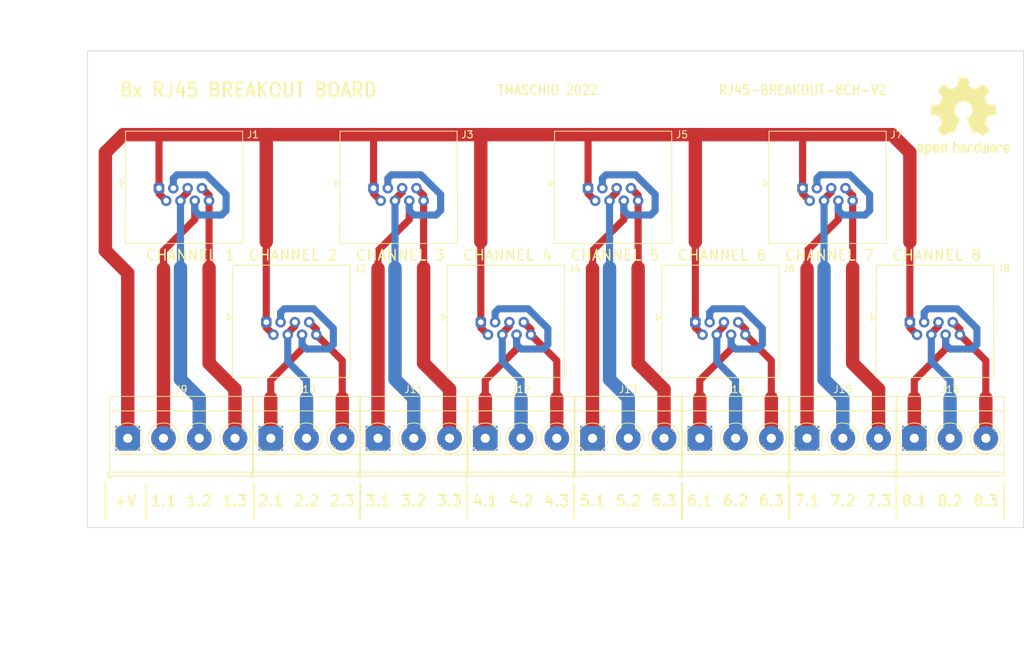
<source format=kicad_pcb>
(kicad_pcb (version 20221018) (generator pcbnew)
  (title_block (title "ESP 6 Relay Module"))
  (layers (0 "F.Cu" signal) (31 "B.Cu" signal) (34 "B.Paste" user) (35 "F.Paste" user) (36 "B.SilkS" user "B.Silkscreen") (37 "F.SilkS" user "F.Silkscreen") (38 "B.Mask" user) (39 "F.Mask" user) (44 "Edge.Cuts" user))
  (net 0 "")
  (net 1 "Net-(J1-Pad1)")
  (net 2 "Net-(J1-Pad3)")
  (net 3 "Net-(J1-Pad4)")
  (net 4 "Net-(J1-Pad7)")
  (net 5 "Net-(J10-Pad2)")
  (net 6 "Net-(J10-Pad3)")
  (net 7 "Net-(J10-Pad1)")
  (net 8 "Net-(J11-Pad1)")
  (net 9 "Net-(J11-Pad2)")
  (net 10 "Net-(J11-Pad3)")
  (net 11 "Net-(J12-Pad2)")
  (net 12 "Net-(J12-Pad3)")
  (net 13 "Net-(J12-Pad1)")
  (net 14 "Net-(J13-Pad1)")
  (net 15 "Net-(J13-Pad2)")
  (net 16 "Net-(J13-Pad3)")
  (net 17 "Net-(J14-Pad2)")
  (net 18 "Net-(J14-Pad3)")
  (net 19 "Net-(J14-Pad1)")
  (net 20 "Net-(J15-Pad1)")
  (net 21 "Net-(J15-Pad2)")
  (net 22 "Net-(J15-Pad3)")
  (net 23 "Net-(J16-Pad2)")
  (net 24 "Net-(J16-Pad3)")
  (net 25 "Net-(J16-Pad1)")
  (footprint "Tales:RJ45_Amphenol_RJHSE5080" (layer "F.Cu") (at 101.6 78.74)
    (fp_text reference "J1" (at 13.335 -7.62) (layer "F.SilkS"))
    (fp_text value "RJ45")
    (pad "" np_thru_hole circle (at -2.79 -2.54) (size 3.25 3.25) (drill 3.25) (layers "*.Cu" "*.Mask"))
    (pad "" np_thru_hole circle (at 9.91 -2.54) (size 3.25 3.25) (drill 3.25) (layers "*.Cu" "*.Mask"))
    (pad "1" thru_hole roundrect (at 0 0) (size 1.5 1.5) (drill 0.8) (layers "*.Cu" "*.Mask") (net 1 "Net-(J1-Pad1)"))
    (pad "2" thru_hole circle (at 1.016 1.78) (size 1.5 1.5) (drill 0.8) (layers "*.Cu" "*.Mask") (net 1 "Net-(J1-Pad1)"))
    (pad "3" thru_hole circle (at 2.032 0) (size 1.5 1.5) (drill 0.8) (layers "*.Cu" "*.Mask") (net 2 "Net-(J1-Pad3)"))
    (pad "4" thru_hole circle (at 3.048 1.78) (size 1.5 1.5) (drill 0.8) (layers "*.Cu" "*.Mask") (net 3 "Net-(J1-Pad4)"))
    (pad "5" thru_hole circle (at 4.064 0) (size 1.5 1.5) (drill 0.8) (layers "*.Cu" "*.Mask") (net 3 "Net-(J1-Pad4)"))
    (pad "6" thru_hole circle (at 5.08 1.78) (size 1.5 1.5) (drill 0.8) (layers "*.Cu" "*.Mask") (net 2 "Net-(J1-Pad3)"))
    (pad "7" thru_hole circle (at 6.096 0) (size 1.5 1.5) (drill 0.8) (layers "*.Cu" "*.Mask") (net 4 "Net-(J1-Pad7)"))
    (pad "8" thru_hole circle (at 7.112 1.78) (size 1.5 1.5) (drill 0.8) (layers "*.Cu" "*.Mask") (net 4 "Net-(J1-Pad7)"))
  )
  (footprint "Tales:RJ45_Amphenol_RJHSE5080" (layer "F.Cu") (at 147.32 97.79)
    (fp_text reference "J4" (at 13.335 -7.62) (layer "F.SilkS"))
    (fp_text value "RJ45")
    (pad "" np_thru_hole circle (at -2.79 -2.54) (size 3.25 3.25) (drill 3.25) (layers "*.Cu" "*.Mask"))
    (pad "" np_thru_hole circle (at 9.91 -2.54) (size 3.25 3.25) (drill 3.25) (layers "*.Cu" "*.Mask"))
    (pad "1" thru_hole roundrect (at 0 0) (size 1.5 1.5) (drill 0.8) (layers "*.Cu" "*.Mask") (net 1 "Net-(J1-Pad1)"))
    (pad "2" thru_hole circle (at 1.016 1.78) (size 1.5 1.5) (drill 0.8) (layers "*.Cu" "*.Mask") (net 1 "Net-(J1-Pad1)"))
    (pad "3" thru_hole circle (at 2.032 0) (size 1.5 1.5) (drill 0.8) (layers "*.Cu" "*.Mask") (net 13 "Net-(J12-Pad1)"))
    (pad "4" thru_hole circle (at 3.048 1.78) (size 1.5 1.5) (drill 0.8) (layers "*.Cu" "*.Mask") (net 11 "Net-(J12-Pad2)"))
    (pad "5" thru_hole circle (at 4.064 0) (size 1.5 1.5) (drill 0.8) (layers "*.Cu" "*.Mask") (net 11 "Net-(J12-Pad2)"))
    (pad "6" thru_hole circle (at 5.08 1.78) (size 1.5 1.5) (drill 0.8) (layers "*.Cu" "*.Mask") (net 13 "Net-(J12-Pad1)"))
    (pad "7" thru_hole circle (at 6.096 0) (size 1.5 1.5) (drill 0.8) (layers "*.Cu" "*.Mask") (net 12 "Net-(J12-Pad3)"))
    (pad "8" thru_hole circle (at 7.112 1.78) (size 1.5 1.5) (drill 0.8) (layers "*.Cu" "*.Mask") (net 12 "Net-(J12-Pad3)"))
  )
  (footprint "Tales:RJ45_Amphenol_RJHSE5080" (layer "F.Cu") (at 177.8 97.79)
    (fp_text reference "J6" (at 13.335 -7.62) (layer "F.SilkS"))
    (fp_text value "RJ45")
    (pad "" np_thru_hole circle (at -2.79 -2.54) (size 3.25 3.25) (drill 3.25) (layers "*.Cu" "*.Mask"))
    (pad "" np_thru_hole circle (at 9.91 -2.54) (size 3.25 3.25) (drill 3.25) (layers "*.Cu" "*.Mask"))
    (pad "1" thru_hole roundrect (at 0 0) (size 1.5 1.5) (drill 0.8) (layers "*.Cu" "*.Mask") (net 1 "Net-(J1-Pad1)"))
    (pad "2" thru_hole circle (at 1.016 1.78) (size 1.5 1.5) (drill 0.8) (layers "*.Cu" "*.Mask") (net 1 "Net-(J1-Pad1)"))
    (pad "3" thru_hole circle (at 2.032 0) (size 1.5 1.5) (drill 0.8) (layers "*.Cu" "*.Mask") (net 19 "Net-(J14-Pad1)"))
    (pad "4" thru_hole circle (at 3.048 1.78) (size 1.5 1.5) (drill 0.8) (layers "*.Cu" "*.Mask") (net 17 "Net-(J14-Pad2)"))
    (pad "5" thru_hole circle (at 4.064 0) (size 1.5 1.5) (drill 0.8) (layers "*.Cu" "*.Mask") (net 17 "Net-(J14-Pad2)"))
    (pad "6" thru_hole circle (at 5.08 1.78) (size 1.5 1.5) (drill 0.8) (layers "*.Cu" "*.Mask") (net 19 "Net-(J14-Pad1)"))
    (pad "7" thru_hole circle (at 6.096 0) (size 1.5 1.5) (drill 0.8) (layers "*.Cu" "*.Mask") (net 18 "Net-(J14-Pad3)"))
    (pad "8" thru_hole circle (at 7.112 1.78) (size 1.5 1.5) (drill 0.8) (layers "*.Cu" "*.Mask") (net 18 "Net-(J14-Pad3)"))
  )
  (footprint "Tales:RJ45_Amphenol_RJHSE5080" (layer "F.Cu") (at 208.28 97.79)
    (fp_text reference "J8" (at 13.335 -7.62) (layer "F.SilkS"))
    (fp_text value "RJ45")
    (pad "" np_thru_hole circle (at -2.79 -2.54) (size 3.25 3.25) (drill 3.25) (layers "*.Cu" "*.Mask"))
    (pad "" np_thru_hole circle (at 9.91 -2.54) (size 3.25 3.25) (drill 3.25) (layers "*.Cu" "*.Mask"))
    (pad "1" thru_hole roundrect (at 0 0) (size 1.5 1.5) (drill 0.8) (layers "*.Cu" "*.Mask") (net 1 "Net-(J1-Pad1)"))
    (pad "2" thru_hole circle (at 1.016 1.78) (size 1.5 1.5) (drill 0.8) (layers "*.Cu" "*.Mask") (net 1 "Net-(J1-Pad1)"))
    (pad "3" thru_hole circle (at 2.032 0) (size 1.5 1.5) (drill 0.8) (layers "*.Cu" "*.Mask") (net 25 "Net-(J16-Pad1)"))
    (pad "4" thru_hole circle (at 3.048 1.78) (size 1.5 1.5) (drill 0.8) (layers "*.Cu" "*.Mask") (net 23 "Net-(J16-Pad2)"))
    (pad "5" thru_hole circle (at 4.064 0) (size 1.5 1.5) (drill 0.8) (layers "*.Cu" "*.Mask") (net 23 "Net-(J16-Pad2)"))
    (pad "6" thru_hole circle (at 5.08 1.78) (size 1.5 1.5) (drill 0.8) (layers "*.Cu" "*.Mask") (net 25 "Net-(J16-Pad1)"))
    (pad "7" thru_hole circle (at 6.096 0) (size 1.5 1.5) (drill 0.8) (layers "*.Cu" "*.Mask") (net 24 "Net-(J16-Pad3)"))
    (pad "8" thru_hole circle (at 7.112 1.78) (size 1.5 1.5) (drill 0.8) (layers "*.Cu" "*.Mask") (net 24 "Net-(J16-Pad3)"))
  )
  (footprint "Tales:TerminalBlock_Phoenix_MKDS-3-4-5.08_1x04_P5.08mm_Horizontal" (layer "F.Cu") (at 97.155 114.3)
    (fp_text reference "J9" (at 7.62 -6.96) (layer "F.SilkS"))
    (fp_text value "Screw_Terminal_01x04")
    (pad "1" thru_hole rect (at 0 0) (size 3.5 3.5) (drill 1.3) (layers "*.Cu" "*.Mask") (net 1 "Net-(J1-Pad1)"))
    (pad "2" thru_hole circle (at 5.08 0) (size 3.5 3.5) (drill 1.3) (layers "*.Cu" "*.Mask") (net 2 "Net-(J1-Pad3)"))
    (pad "3" thru_hole circle (at 10.16 0) (size 3.5 3.5) (drill 1.3) (layers "*.Cu" "*.Mask") (net 3 "Net-(J1-Pad4)"))
    (pad "4" thru_hole circle (at 15.24 0) (size 3.5 3.5) (drill 1.3) (layers "*.Cu" "*.Mask") (net 4 "Net-(J1-Pad7)"))
  )
  (footprint "Tales:TerminalBlock_Phoenix_MKDS-3-3-5.08_1x03_P5.08mm_Horizontal" (layer "F.Cu") (at 132.715 114.3)
    (fp_text reference "J11" (at 5.08 -6.96) (layer "F.SilkS"))
    (fp_text value "Screw_Terminal_01x03")
    (pad "1" thru_hole rect (at 0 0) (size 3.5 3.5) (drill 1.3) (layers "*.Cu" "*.Mask") (net 8 "Net-(J11-Pad1)"))
    (pad "2" thru_hole circle (at 5.08 0) (size 3.5 3.5) (drill 1.3) (layers "*.Cu" "*.Mask") (net 9 "Net-(J11-Pad2)"))
    (pad "3" thru_hole circle (at 10.16 0) (size 3.5 3.5) (drill 1.3) (layers "*.Cu" "*.Mask") (net 10 "Net-(J11-Pad3)"))
  )
  (footprint "Tales:TerminalBlock_Phoenix_MKDS-3-3-5.08_1x03_P5.08mm_Horizontal" (layer "F.Cu") (at 147.955 114.3)
    (fp_text reference "J12" (at 5.08 -6.96) (layer "F.SilkS"))
    (fp_text value "Screw_Terminal_01x03")
    (pad "1" thru_hole rect (at 0 0) (size 3.5 3.5) (drill 1.3) (layers "*.Cu" "*.Mask") (net 13 "Net-(J12-Pad1)"))
    (pad "2" thru_hole circle (at 5.08 0) (size 3.5 3.5) (drill 1.3) (layers "*.Cu" "*.Mask") (net 11 "Net-(J12-Pad2)"))
    (pad "3" thru_hole circle (at 10.16 0) (size 3.5 3.5) (drill 1.3) (layers "*.Cu" "*.Mask") (net 12 "Net-(J12-Pad3)"))
  )
  (footprint "Tales:TerminalBlock_Phoenix_MKDS-3-3-5.08_1x03_P5.08mm_Horizontal" (layer "F.Cu") (at 163.195 114.3)
    (fp_text reference "J13" (at 5.08 -6.96) (layer "F.SilkS"))
    (fp_text value "Screw_Terminal_01x03")
    (pad "1" thru_hole rect (at 0 0) (size 3.5 3.5) (drill 1.3) (layers "*.Cu" "*.Mask") (net 14 "Net-(J13-Pad1)"))
    (pad "2" thru_hole circle (at 5.08 0) (size 3.5 3.5) (drill 1.3) (layers "*.Cu" "*.Mask") (net 15 "Net-(J13-Pad2)"))
    (pad "3" thru_hole circle (at 10.16 0) (size 3.5 3.5) (drill 1.3) (layers "*.Cu" "*.Mask") (net 16 "Net-(J13-Pad3)"))
  )
  (footprint "Tales:TerminalBlock_Phoenix_MKDS-3-3-5.08_1x03_P5.08mm_Horizontal" (layer "F.Cu") (at 178.435 114.3)
    (fp_text reference "J14" (at 5.08 -6.96) (layer "F.SilkS"))
    (fp_text value "Screw_Terminal_01x03")
    (pad "1" thru_hole rect (at 0 0) (size 3.5 3.5) (drill 1.3) (layers "*.Cu" "*.Mask") (net 19 "Net-(J14-Pad1)"))
    (pad "2" thru_hole circle (at 5.08 0) (size 3.5 3.5) (drill 1.3) (layers "*.Cu" "*.Mask") (net 17 "Net-(J14-Pad2)"))
    (pad "3" thru_hole circle (at 10.16 0) (size 3.5 3.5) (drill 1.3) (layers "*.Cu" "*.Mask") (net 18 "Net-(J14-Pad3)"))
  )
  (footprint "Tales:TerminalBlock_Phoenix_MKDS-3-3-5.08_1x03_P5.08mm_Horizontal" (layer "F.Cu") (at 193.675 114.3)
    (fp_text reference "J15" (at 5.08 -6.96) (layer "F.SilkS"))
    (fp_text value "Screw_Terminal_01x03")
    (pad "1" thru_hole rect (at 0 0) (size 3.5 3.5) (drill 1.3) (layers "*.Cu" "*.Mask") (net 20 "Net-(J15-Pad1)"))
    (pad "2" thru_hole circle (at 5.08 0) (size 3.5 3.5) (drill 1.3) (layers "*.Cu" "*.Mask") (net 21 "Net-(J15-Pad2)"))
    (pad "3" thru_hole circle (at 10.16 0) (size 3.5 3.5) (drill 1.3) (layers "*.Cu" "*.Mask") (net 22 "Net-(J15-Pad3)"))
  )
  (footprint "Tales:TerminalBlock_Phoenix_MKDS-3-3-5.08_1x03_P5.08mm_Horizontal" (layer "F.Cu") (at 208.915 114.3)
    (fp_text reference "J16" (at 5.08 -6.96) (layer "F.SilkS"))
    (fp_text value "Screw_Terminal_01x03")
    (pad "1" thru_hole rect (at 0 0) (size 3.5 3.5) (drill 1.3) (layers "*.Cu" "*.Mask") (net 25 "Net-(J16-Pad1)"))
    (pad "2" thru_hole circle (at 5.08 0) (size 3.5 3.5) (drill 1.3) (layers "*.Cu" "*.Mask") (net 23 "Net-(J16-Pad2)"))
    (pad "3" thru_hole circle (at 10.16 0) (size 3.5 3.5) (drill 1.3) (layers "*.Cu" "*.Mask") (net 24 "Net-(J16-Pad3)"))
  )
  (footprint "Tales:TerminalBlock_Phoenix_MKDS-3-3-5.08_1x03_P5.08mm_Horizontal" (layer "F.Cu") (at 117.475 114.3)
    (fp_text reference "J10" (at 5.08 -6.96) (layer "F.SilkS"))
    (fp_text value "Screw_Terminal_01x03")
    (pad "1" thru_hole rect (at 0 0) (size 3.5 3.5) (drill 1.3) (layers "*.Cu" "*.Mask") (net 7 "Net-(J10-Pad1)"))
    (pad "2" thru_hole circle (at 5.08 0) (size 3.5 3.5) (drill 1.3) (layers "*.Cu" "*.Mask") (net 5 "Net-(J10-Pad2)"))
    (pad "3" thru_hole circle (at 10.16 0) (size 3.5 3.5) (drill 1.3) (layers "*.Cu" "*.Mask") (net 6 "Net-(J10-Pad3)"))
  )
  (footprint "Tales:RJ45_Amphenol_RJHSE5080" (layer "F.Cu") (at 116.84 97.79)
    (fp_text reference "J2" (at 13.335 -7.62) (layer "F.SilkS"))
    (fp_text value "RJ45")
    (pad "" np_thru_hole circle (at -2.79 -2.54) (size 3.25 3.25) (drill 3.25) (layers "*.Cu" "*.Mask"))
    (pad "" np_thru_hole circle (at 9.91 -2.54) (size 3.25 3.25) (drill 3.25) (layers "*.Cu" "*.Mask"))
    (pad "1" thru_hole roundrect (at 0 0) (size 1.5 1.5) (drill 0.8) (layers "*.Cu" "*.Mask") (net 1 "Net-(J1-Pad1)"))
    (pad "2" thru_hole circle (at 1.016 1.78) (size 1.5 1.5) (drill 0.8) (layers "*.Cu" "*.Mask") (net 1 "Net-(J1-Pad1)"))
    (pad "3" thru_hole circle (at 2.032 0) (size 1.5 1.5) (drill 0.8) (layers "*.Cu" "*.Mask") (net 7 "Net-(J10-Pad1)"))
    (pad "4" thru_hole circle (at 3.048 1.78) (size 1.5 1.5) (drill 0.8) (layers "*.Cu" "*.Mask") (net 5 "Net-(J10-Pad2)"))
    (pad "5" thru_hole circle (at 4.064 0) (size 1.5 1.5) (drill 0.8) (layers "*.Cu" "*.Mask") (net 5 "Net-(J10-Pad2)"))
    (pad "6" thru_hole circle (at 5.08 1.78) (size 1.5 1.5) (drill 0.8) (layers "*.Cu" "*.Mask") (net 7 "Net-(J10-Pad1)"))
    (pad "7" thru_hole circle (at 6.096 0) (size 1.5 1.5) (drill 0.8) (layers "*.Cu" "*.Mask") (net 6 "Net-(J10-Pad3)"))
    (pad "8" thru_hole circle (at 7.112 1.78) (size 1.5 1.5) (drill 0.8) (layers "*.Cu" "*.Mask") (net 6 "Net-(J10-Pad3)"))
  )
  (footprint "Tales:RJ45_Amphenol_RJHSE5080" (layer "F.Cu") (at 132.08 78.74)
    (fp_text reference "J3" (at 13.335 -7.62) (layer "F.SilkS"))
    (fp_text value "RJ45")
    (pad "" np_thru_hole circle (at -2.79 -2.54) (size 3.25 3.25) (drill 3.25) (layers "*.Cu" "*.Mask"))
    (pad "" np_thru_hole circle (at 9.91 -2.54) (size 3.25 3.25) (drill 3.25) (layers "*.Cu" "*.Mask"))
    (pad "1" thru_hole roundrect (at 0 0) (size 1.5 1.5) (drill 0.8) (layers "*.Cu" "*.Mask") (net 1 "Net-(J1-Pad1)"))
    (pad "2" thru_hole circle (at 1.016 1.78) (size 1.5 1.5) (drill 0.8) (layers "*.Cu" "*.Mask") (net 1 "Net-(J1-Pad1)"))
    (pad "3" thru_hole circle (at 2.032 0) (size 1.5 1.5) (drill 0.8) (layers "*.Cu" "*.Mask") (net 8 "Net-(J11-Pad1)"))
    (pad "4" thru_hole circle (at 3.048 1.78) (size 1.5 1.5) (drill 0.8) (layers "*.Cu" "*.Mask") (net 9 "Net-(J11-Pad2)"))
    (pad "5" thru_hole circle (at 4.064 0) (size 1.5 1.5) (drill 0.8) (layers "*.Cu" "*.Mask") (net 9 "Net-(J11-Pad2)"))
    (pad "6" thru_hole circle (at 5.08 1.78) (size 1.5 1.5) (drill 0.8) (layers "*.Cu" "*.Mask") (net 8 "Net-(J11-Pad1)"))
    (pad "7" thru_hole circle (at 6.096 0) (size 1.5 1.5) (drill 0.8) (layers "*.Cu" "*.Mask") (net 10 "Net-(J11-Pad3)"))
    (pad "8" thru_hole circle (at 7.112 1.78) (size 1.5 1.5) (drill 0.8) (layers "*.Cu" "*.Mask") (net 10 "Net-(J11-Pad3)"))
  )
  (footprint "Tales:RJ45_Amphenol_RJHSE5080" (layer "F.Cu") (at 193.04 78.74)
    (fp_text reference "J7" (at 13.335 -7.62) (layer "F.SilkS"))
    (fp_text value "RJ45")
    (pad "" np_thru_hole circle (at -2.79 -2.54) (size 3.25 3.25) (drill 3.25) (layers "*.Cu" "*.Mask"))
    (pad "" np_thru_hole circle (at 9.91 -2.54) (size 3.25 3.25) (drill 3.25) (layers "*.Cu" "*.Mask"))
    (pad "1" thru_hole roundrect (at 0 0) (size 1.5 1.5) (drill 0.8) (layers "*.Cu" "*.Mask") (net 1 "Net-(J1-Pad1)"))
    (pad "2" thru_hole circle (at 1.016 1.78) (size 1.5 1.5) (drill 0.8) (layers "*.Cu" "*.Mask") (net 1 "Net-(J1-Pad1)"))
    (pad "3" thru_hole circle (at 2.032 0) (size 1.5 1.5) (drill 0.8) (layers "*.Cu" "*.Mask") (net 20 "Net-(J15-Pad1)"))
    (pad "4" thru_hole circle (at 3.048 1.78) (size 1.5 1.5) (drill 0.8) (layers "*.Cu" "*.Mask") (net 21 "Net-(J15-Pad2)"))
    (pad "5" thru_hole circle (at 4.064 0) (size 1.5 1.5) (drill 0.8) (layers "*.Cu" "*.Mask") (net 21 "Net-(J15-Pad2)"))
    (pad "6" thru_hole circle (at 5.08 1.78) (size 1.5 1.5) (drill 0.8) (layers "*.Cu" "*.Mask") (net 20 "Net-(J15-Pad1)"))
    (pad "7" thru_hole circle (at 6.096 0) (size 1.5 1.5) (drill 0.8) (layers "*.Cu" "*.Mask") (net 22 "Net-(J15-Pad3)"))
    (pad "8" thru_hole circle (at 7.112 1.78) (size 1.5 1.5) (drill 0.8) (layers "*.Cu" "*.Mask") (net 22 "Net-(J15-Pad3)"))
  )
  (footprint "Tales:RJ45_Amphenol_RJHSE5080" (layer "F.Cu") (at 162.56 78.74)
    (fp_text reference "J5" (at 13.335 -7.62) (layer "F.SilkS"))
    (fp_text value "RJ45")
    (pad "" np_thru_hole circle (at -2.79 -2.54) (size 3.25 3.25) (drill 3.25) (layers "*.Cu" "*.Mask"))
    (pad "" np_thru_hole circle (at 9.91 -2.54) (size 3.25 3.25) (drill 3.25) (layers "*.Cu" "*.Mask"))
    (pad "1" thru_hole roundrect (at 0 0) (size 1.5 1.5) (drill 0.8) (layers "*.Cu" "*.Mask") (net 1 "Net-(J1-Pad1)"))
    (pad "2" thru_hole circle (at 1.016 1.78) (size 1.5 1.5) (drill 0.8) (layers "*.Cu" "*.Mask") (net 1 "Net-(J1-Pad1)"))
    (pad "3" thru_hole circle (at 2.032 0) (size 1.5 1.5) (drill 0.8) (layers "*.Cu" "*.Mask") (net 14 "Net-(J13-Pad1)"))
    (pad "4" thru_hole circle (at 3.048 1.78) (size 1.5 1.5) (drill 0.8) (layers "*.Cu" "*.Mask") (net 15 "Net-(J13-Pad2)"))
    (pad "5" thru_hole circle (at 4.064 0) (size 1.5 1.5) (drill 0.8) (layers "*.Cu" "*.Mask") (net 15 "Net-(J13-Pad2)"))
    (pad "6" thru_hole circle (at 5.08 1.78) (size 1.5 1.5) (drill 0.8) (layers "*.Cu" "*.Mask") (net 14 "Net-(J13-Pad1)"))
    (pad "7" thru_hole circle (at 6.096 0) (size 1.5 1.5) (drill 0.8) (layers "*.Cu" "*.Mask") (net 16 "Net-(J13-Pad3)"))
    (pad "8" thru_hole circle (at 7.112 1.78) (size 1.5 1.5) (drill 0.8) (layers "*.Cu" "*.Mask") (net 16 "Net-(J13-Pad3)"))
  )
  (footprint "Symbol:OSHW-Logo2_14.6x12mm_SilkScreen" (layer "F.Cu") (at 215.9 68.58)
    (fp_text reference "REF**" hide)
    (fp_text value "OSHW-Logo2_14.6x12mm_SilkScreen" hide)
  )
  (gr_line (start 221.615 120.65) (end 221.615 125.73) (stroke (width 0.25)) (layer "F.SilkS"))
  (gr_line (start 175.895 120.65) (end 175.895 125.73) (stroke (width 0.25)) (layer "F.SilkS"))
  (gr_line (start 191.135 120.65) (end 191.135 125.73) (stroke (width 0.25)) (layer "F.SilkS"))
  (gr_line (start 93.98 120.65) (end 93.98 125.73) (stroke (width 0.25)) (layer "F.SilkS"))
  (gr_line (start 145.415 120.65) (end 145.415 125.73) (stroke (width 0.25)) (layer "F.SilkS"))
  (gr_line (start 130.175 120.65) (end 130.175 125.73) (stroke (width 0.25)) (layer "F.SilkS"))
  (gr_line (start 160.605 120.65) (end 160.605 125.73) (stroke (width 0.25)) (layer "F.SilkS"))
  (gr_line (start 99.695 120.65) (end 99.695 125.73) (stroke (width 0.25)) (layer "F.SilkS"))
  (gr_line (start 206.375 120.65) (end 206.375 125.73) (stroke (width 0.25)) (layer "F.SilkS"))
  (gr_line (start 115.135 120.65) (end 115.135 125.73) (stroke (width 0.25)) (layer "F.SilkS"))
  (gr_line (start 91.44 127) (end 224.44 127) (stroke (width 0.1)) (layer "Edge.Cuts"))
  (gr_line (start 224.44 59.2) (end 91.44 59.2) (stroke (width 0.1)) (layer "Edge.Cuts"))
  (gr_line (start 91.44 59.2) (end 91.44 127) (stroke (width 0.1)) (layer "Edge.Cuts"))
  (gr_line (start 224.44 127) (end 224.44 59.2) (stroke (width 0.1)) (layer "Edge.Cuts"))
  (gr_text "1.1" (at 102.235 123.19) (layer "F.SilkS") (effects (font (size 1.5 1.5) (thickness 0.25))))
  (gr_text "2.2" (at 122.555 123.19) (layer "F.SilkS") (effects (font (size 1.5 1.5) (thickness 0.25))))
  (gr_text "2.3" (at 127.635 123.19) (layer "F.SilkS") (effects (font (size 1.5 1.5) (thickness 0.25))))
  (gr_text "2.1" (at 117.475 123.19) (layer "F.SilkS") (effects (font (size 1.5 1.5) (thickness 0.25))))
  (gr_text "1.2" (at 107.315 123.19) (layer "F.SilkS") (effects (font (size 1.5 1.5) (thickness 0.25))))
  (gr_text "1.3" (at 112.395 123.19) (layer "F.SilkS") (effects (font (size 1.5 1.5) (thickness 0.25))))
  (gr_text "6.1" (at 178.435 123.19) (layer "F.SilkS") (effects (font (size 1.5 1.5) (thickness 0.25))))
  (gr_text "6.3" (at 188.595 123.19) (layer "F.SilkS") (effects (font (size 1.5 1.5) (thickness 0.25))))
  (gr_text "6.2" (at 183.515 123.19) (layer "F.SilkS") (effects (font (size 1.5 1.5) (thickness 0.25))))
  (gr_text "8.2" (at 213.995 123.19) (layer "F.SilkS") (effects (font (size 1.5 1.5) (thickness 0.25))))
  (gr_text "8.3" (at 219.075 123.19) (layer "F.SilkS") (effects (font (size 1.5 1.5) (thickness 0.25))))
  (gr_text "8.1" (at 208.915 123.19) (layer "F.SilkS") (effects (font (size 1.5 1.5) (thickness 0.25))))
  (gr_text "8x RJ45 BREAKOUT BOARD" (at 114.3 64.77) (layer "F.SilkS") (effects (font (size 2 1.8) (thickness 0.3))))
  (gr_text "CHANNEL 1" (at 106.045 88.265) (layer "F.SilkS") (effects (font (size 1.5 1.5) (thickness 0.2))))
  (gr_text "CHANNEL 5" (at 166.37 88.265) (layer "F.SilkS") (effects (font (size 1.5 1.5) (thickness 0.2))))
  (gr_text "CHANNEL 8" (at 212.09 88.265) (layer "F.SilkS") (effects (font (size 1.5 1.5) (thickness 0.2))))
  (gr_text "CHANNEL 7" (at 196.85 88.265) (layer "F.SilkS") (effects (font (size 1.5 1.5) (thickness 0.2))))
  (gr_text "CHANNEL 2" (at 120.65 88.265) (layer "F.SilkS") (effects (font (size 1.5 1.5) (thickness 0.2))))
  (gr_text "5.1" (at 163.195 123.19) (layer "F.SilkS") (effects (font (size 1.5 1.5) (thickness 0.25))))
  (gr_text "3.1" (at 132.715 123.19) (layer "F.SilkS") (effects (font (size 1.5 1.5) (thickness 0.25))))
  (gr_text "7.1" (at 193.675 123.19) (layer "F.SilkS") (effects (font (size 1.5 1.5) (thickness 0.25))))
  (gr_text "4.1" (at 147.955 123.19) (layer "F.SilkS") (effects (font (size 1.5 1.5) (thickness 0.25))))
  (gr_text "CHANNEL 3" (at 135.89 88.265) (layer "F.SilkS") (effects (font (size 1.5 1.5) (thickness 0.2))))
  (gr_text "4.2" (at 153.035 123.19) (layer "F.SilkS") (effects (font (size 1.5 1.5) (thickness 0.25))))
  (gr_text "RJ45-BREAKOUT-8CH-V2" (at 193.04 64.77) (layer "F.SilkS") (effects (font (size 1.4 1.2) (thickness 0.2))))
  (gr_text "TMASCHIO 2022" (at 156.845 64.77) (layer "F.SilkS") (effects (font (size 1.4 1.2) (thickness 0.2))))
  (gr_text "CHANNEL 4" (at 151.13 88.265) (layer "F.SilkS") (effects (font (size 1.5 1.5) (thickness 0.2))))
  (gr_text "3.2" (at 137.795 123.19) (layer "F.SilkS") (effects (font (size 1.5 1.5) (thickness 0.25))))
  (gr_text "4.3" (at 158.115 123.19) (layer "F.SilkS") (effects (font (size 1.5 1.5) (thickness 0.25))))
  (gr_text "7.3" (at 203.835 123.19) (layer "F.SilkS") (effects (font (size 1.5 1.5) (thickness 0.25))))
  (gr_text "5.2" (at 168.275 123.19) (layer "F.SilkS") (effects (font (size 1.5 1.5) (thickness 0.25))))
  (gr_text "3.3" (at 142.875 123.19) (layer "F.SilkS") (effects (font (size 1.5 1.5) (thickness 0.25))))
  (gr_text "5.3" (at 173.355 123.19) (layer "F.SilkS") (effects (font (size 1.5 1.5) (thickness 0.25))))
  (gr_text "+V" (at 96.774 123.19) (layer "F.SilkS") (effects (font (size 1.5 1.5) (thickness 0.25))))
  (gr_text "7.2" (at 198.755 123.19) (layer "F.SilkS") (effects (font (size 1.5 1.5) (thickness 0.25))))
  (gr_text "CHANNEL 6" (at 181.61 88.265) (layer "F.SilkS") (effects (font (size 1.5 1.5) (thickness 0.2))))
  (segment (start 101.6 79.504) (end 102.616 80.52) (width 1.016) (layer "F.Cu") (net 1))
  (segment (start 101.6 78.74) (end 101.6 79.504) (width 1.016) (layer "F.Cu") (net 1))
  (segment (start 93.98 73.66) (end 96.52 71.12) (width 1.905) (layer "F.Cu") (net 1))
  (segment (start 116.84 98.554) (end 117.856 99.57) (width 1.016) (layer "F.Cu") (net 1))
  (segment (start 147.32 86.36) (end 147.32 97.79) (width 1.016) (layer "F.Cu") (net 1))
  (segment (start 193.04 71.12) (end 205.74 71.12) (width 1.905) (layer "F.Cu") (net 1))
  (segment (start 177.8 98.554) (end 178.816 99.57) (width 1.016) (layer "F.Cu") (net 1))
  (segment (start 116.84 71.12) (end 132.08 71.12) (width 1.905) (layer "F.Cu") (net 1))
  (segment (start 101.6 78.74) (end 101.6 71.12) (width 1.016) (layer "F.Cu") (net 1))
  (segment (start 132.08 78.74) (end 132.08 71.12) (width 1.016) (layer "F.Cu") (net 1))
  (segment (start 116.84 97.79) (end 116.84 98.554) (width 1.016) (layer "F.Cu") (net 1))
  (segment (start 147.32 98.554) (end 148.336 99.57) (width 1.016) (layer "F.Cu") (net 1))
  (segment (start 208.28 97.79) (end 208.28 98.554) (width 1.016) (layer "F.Cu") (net 1))
  (segment (start 132.08 79.504) (end 133.096 80.52) (width 1.016) (layer "F.Cu") (net 1))
  (segment (start 208.28 73.66) (end 208.28 86.36) (width 1.905) (layer "F.Cu") (net 1))
  (segment (start 193.04 78.74) (end 193.04 79.504) (width 1.016) (layer "F.Cu") (net 1))
  (segment (start 208.28 98.554) (end 209.296 99.57) (width 1.016) (layer "F.Cu") (net 1))
  (segment (start 97.155 114.3) (end 97.155 90.805) (width 1.905) (layer "F.Cu") (net 1))
  (segment (start 193.04 78.74) (end 193.04 71.12) (width 1.016) (layer "F.Cu") (net 1))
  (segment (start 101.6 71.12) (end 116.84 71.12) (width 1.905) (layer "F.Cu") (net 1))
  (segment (start 132.08 78.74) (end 132.08 79.504) (width 1.016) (layer "F.Cu") (net 1))
  (segment (start 116.84 86.36) (end 116.84 97.79) (width 1.016) (layer "F.Cu") (net 1))
  (segment (start 147.32 71.12) (end 162.56 71.12) (width 1.905) (layer "F.Cu") (net 1))
  (segment (start 162.56 78.74) (end 162.56 79.504) (width 1.016) (layer "F.Cu") (net 1))
  (segment (start 205.74 71.12) (end 208.28 73.66) (width 1.905) (layer "F.Cu") (net 1))
  (segment (start 147.32 97.79) (end 147.32 98.554) (width 1.016) (layer "F.Cu") (net 1))
  (segment (start 162.56 79.504) (end 163.576 80.52) (width 1.016) (layer "F.Cu") (net 1))
  (segment (start 93.98 87.63) (end 93.98 73.66) (width 1.905) (layer "F.Cu") (net 1))
  (segment (start 96.52 71.12) (end 101.6 71.12) (width 1.905) (layer "F.Cu") (net 1))
  (segment (start 177.8 97.79) (end 177.8 98.554) (width 1.016) (layer "F.Cu") (net 1))
  (segment (start 177.8 71.12) (end 193.04 71.12) (width 1.905) (layer "F.Cu") (net 1))
  (segment (start 193.04 79.504) (end 194.056 80.52) (width 1.016) (layer "F.Cu") (net 1))
  (segment (start 147.32 71.12) (end 147.32 86.36) (width 1.905) (layer "F.Cu") (net 1))
  (segment (start 208.28 97.79) (end 208.28 86.36) (width 1.016) (layer "F.Cu") (net 1))
  (segment (start 177.8 71.12) (end 177.8 86.36) (width 1.905) (layer "F.Cu") (net 1))
  (segment (start 97.155 90.805) (end 93.98 87.63) (width 1.905) (layer "F.Cu") (net 1))
  (segment (start 132.08 71.12) (end 147.32 71.12) (width 1.905) (layer "F.Cu") (net 1))
  (segment (start 116.84 71.12) (end 116.84 86.36) (width 1.905) (layer "F.Cu") (net 1))
  (segment (start 162.56 78.74) (end 162.56 71.12) (width 1.016) (layer "F.Cu") (net 1))
  (segment (start 162.56 71.12) (end 177.8 71.12) (width 1.905) (layer "F.Cu") (net 1))
  (segment (start 177.8 86.36) (end 177.8 97.79) (width 1.016) (layer "F.Cu") (net 1))
  (segment (start 106.68 83.185) (end 106.68 80.52) (width 1.016) (layer "F.Cu") (net 2))
  (segment (start 102.235 87.63) (end 106.68 83.185) (width 1.016) (layer "F.Cu") (net 2))
  (segment (start 102.235 90.17) (end 102.235 87.63) (width 1.016) (layer "F.Cu") (net 2))
  (segment (start 102.235 114.3) (end 102.235 90.17) (width 1.905) (layer "F.Cu") (net 2))
  (segment (start 103.632 77.343) (end 104.14 76.835) (width 1.016) (layer "B.Cu") (net 2))
  (segment (start 107.315 82.55) (end 106.68 81.915) (width 1.016) (layer "B.Cu") (net 2))
  (segment (start 110.49 82.55) (end 107.315 82.55) (width 1.016) (layer "B.Cu") (net 2))
  (segment (start 111.125 81.915) (end 110.49 82.55) (width 1.016) (layer "B.Cu") (net 2))
  (segment (start 104.14 76.835) (end 108.331 76.835) (width 1.016) (layer "B.Cu") (net 2))
  (segment (start 103.632 78.74) (end 103.632 77.343) (width 1.016) (layer "B.Cu") (net 2))
  (segment (start 108.331 76.835) (end 111.125 79.629) (width 1.016) (layer "B.Cu") (net 2))
  (segment (start 106.68 81.915) (end 106.68 80.52) (width 1.016) (layer "B.Cu") (net 2))
  (segment (start 111.125 79.629) (end 111.125 81.915) (width 1.016) (layer "B.Cu") (net 2))
  (segment (start 105.664 78.74) (end 105.664 79.298238) (width 1.016) (layer "F.Cu") (net 3))
  (segment (start 104.648 80.314238) (end 104.648 80.52) (width 1.016) (layer "F.Cu") (net 3))
  (segment (start 105.664 79.298238) (end 104.648 80.314238) (width 1.016) (layer "F.Cu") (net 3))
  (segment (start 107.315 108.585) (end 104.648 105.918) (width 1.905) (layer "B.Cu") (net 3))
  (segment (start 107.315 114.3) (end 107.315 108.585) (width 1.905) (layer "B.Cu") (net 3))
  (segment (start 104.648 80.52) (end 104.648 90.043) (width 1.016) (layer "B.Cu") (net 3))
  (segment (start 104.648 105.918) (end 104.648 90.043) (width 1.905) (layer "B.Cu") (net 3))
  (segment (start 108.712 80.52) (end 108.712 79.756) (width 1.016) (layer "F.Cu") (net 4))
  (segment (start 108.712 79.756) (end 107.696 78.74) (width 1.016) (layer "F.Cu") (net 4))
  (segment (start 112.395 107.315) (end 108.712 103.632) (width 1.905) (layer "F.Cu") (net 4))
  (segment (start 112.395 114.3) (end 112.395 107.315) (width 1.905) (layer "F.Cu") (net 4))
  (segment (start 108.712 80.52) (end 108.712 90.043) (width 1.016) (layer "F.Cu") (net 4))
  (segment (start 108.712 103.632) (end 108.712 90.043) (width 1.905) (layer "F.Cu") (net 4))
  (segment (start 120.904 97.79) (end 120.904 98.348238) (width 1.016) (layer "F.Cu") (net 5))
  (segment (start 119.888 99.364238) (end 119.888 99.57) (width 1.016) (layer "F.Cu") (net 5))
  (segment (start 120.904 98.348238) (end 119.888 99.364238) (width 1.016) (layer "F.Cu") (net 5))
  (segment (start 122.555 108.585) (end 122.555 114.3) (width 1.905) (layer "B.Cu") (net 5))
  (segment (start 122.555 106.045) (end 122.555 108.585) (width 1.016) (layer "B.Cu") (net 5))
  (segment (start 119.888 103.378) (end 122.555 106.045) (width 1.016) (layer "B.Cu") (net 5))
  (segment (start 119.888 99.57) (end 119.888 103.378) (width 1.016) (layer "B.Cu") (net 5))
  (segment (start 122.936 97.79) (end 123.952 98.806) (width 1.016) (layer "F.Cu") (net 6))
  (segment (start 123.952 98.806) (end 123.952 99.57) (width 1.016) (layer "F.Cu") (net 6))
  (segment (start 127.635 103.253) (end 123.952 99.57) (width 1.016) (layer "F.Cu") (net 6))
  (segment (start 127.635 108.585) (end 127.635 103.253) (width 1.016) (layer "F.Cu") (net 6))
  (segment (start 127.635 114.3) (end 127.635 108.585) (width 1.905) (layer "F.Cu") (net 6))
  (segment (start 117.475 114.3) (end 117.475 108.585) (width 1.905) (layer "F.Cu") (net 7))
  (segment (start 121.92 101.6) (end 117.475 106.045) (width 1.016) (layer "F.Cu") (net 7))
  (segment (start 117.475 106.045) (end 117.475 108.585) (width 1.016) (layer "F.Cu") (net 7))
  (segment (start 121.92 99.57) (end 121.92 101.6) (width 1.016) (layer "F.Cu") (net 7))
  (segment (start 118.872 96.393) (end 119.38 95.885) (width 1.016) (layer "B.Cu") (net 7))
  (segment (start 122.555 101.6) (end 121.92 100.965) (width 1.016) (layer "B.Cu") (net 7))
  (segment (start 126.365 100.965) (end 125.73 101.6) (width 1.016) (layer "B.Cu") (net 7))
  (segment (start 118.872 97.79) (end 118.872 96.393) (width 1.016) (layer "B.Cu") (net 7))
  (segment (start 125.73 101.6) (end 122.555 101.6) (width 1.016) (layer "B.Cu") (net 7))
  (segment (start 121.92 100.965) (end 121.92 99.57) (width 1.016) (layer "B.Cu") (net 7))
  (segment (start 126.365 98.679) (end 126.365 100.965) (width 1.016) (layer "B.Cu") (net 7))
  (segment (start 119.38 95.885) (end 123.571 95.885) (width 1.016) (layer "B.Cu") (net 7))
  (segment (start 123.571 95.885) (end 126.365 98.679) (width 1.016) (layer "B.Cu") (net 7))
  (segment (start 132.715 114.3) (end 132.715 90.17) (width 1.905) (layer "F.Cu") (net 8))
  (segment (start 132.715 90.17) (end 132.715 87.63) (width 1.016) (layer "F.Cu") (net 8))
  (segment (start 137.16 83.185) (end 137.16 80.52) (width 1.016) (layer "F.Cu") (net 8))
  (segment (start 132.715 87.63) (end 137.16 83.185) (width 1.016) (layer "F.Cu") (net 8))
  (segment (start 134.62 76.835) (end 138.811 76.835) (width 1.016) (layer "B.Cu") (net 8))
  (segment (start 140.97 82.55) (end 137.795 82.55) (width 1.016) (layer "B.Cu") (net 8))
  (segment (start 134.112 78.74) (end 134.112 77.343) (width 1.016) (layer "B.Cu") (net 8))
  (segment (start 137.795 82.55) (end 137.16 81.915) (width 1.016) (layer "B.Cu") (net 8))
  (segment (start 137.16 81.915) (end 137.16 80.52) (width 1.016) (layer "B.Cu") (net 8))
  (segment (start 141.605 81.915) (end 140.97 82.55) (width 1.016) (layer "B.Cu") (net 8))
  (segment (start 138.811 76.835) (end 141.605 79.629) (width 1.016) (layer "B.Cu") (net 8))
  (segment (start 134.112 77.343) (end 134.62 76.835) (width 1.016) (layer "B.Cu") (net 8))
  (segment (start 141.605 79.629) (end 141.605 81.915) (width 1.016) (layer "B.Cu") (net 8))
  (segment (start 135.128 80.314238) (end 135.128 80.52) (width 1.016) (layer "F.Cu") (net 9))
  (segment (start 136.144 79.298238) (end 135.128 80.314238) (width 1.016) (layer "F.Cu") (net 9))
  (segment (start 136.144 78.74) (end 136.144 79.298238) (width 1.016) (layer "F.Cu") (net 9))
  (segment (start 137.795 114.3) (end 137.795 108.585) (width 1.905) (layer "B.Cu") (net 9))
  (segment (start 137.795 108.585) (end 135.128 105.918) (width 1.905) (layer "B.Cu") (net 9))
  (segment (start 135.128 105.918) (end 135.128 90.043) (width 1.905) (layer "B.Cu") (net 9))
  (segment (start 135.128 80.52) (end 135.128 90.043) (width 1.016) (layer "B.Cu") (net 9))
  (segment (start 142.875 114.3) (end 142.875 107.315) (width 1.905) (layer "F.Cu") (net 10))
  (segment (start 142.875 107.315) (end 139.192 103.632) (width 1.905) (layer "F.Cu") (net 10))
  (segment (start 139.192 103.632) (end 139.192 90.043) (width 1.905) (layer "F.Cu") (net 10))
  (segment (start 139.192 79.756) (end 138.176 78.74) (width 1.016) (layer "F.Cu") (net 10))
  (segment (start 139.192 80.52) (end 139.192 79.756) (width 1.016) (layer "F.Cu") (net 10))
  (segment (start 139.192 80.52) (end 139.192 90.043) (width 1.016) (layer "F.Cu") (net 10))
  (segment (start 151.384 97.79) (end 151.384 98.348238) (width 1.016) (layer "F.Cu") (net 11))
  (segment (start 150.368 99.364238) (end 150.368 99.57) (width 1.016) (layer "F.Cu") (net 11))
  (segment (start 151.384 98.348238) (end 150.368 99.364238) (width 1.016) (layer "F.Cu") (net 11))
  (segment (start 150.368 103.378) (end 153.035 106.045) (width 1.016) (layer "B.Cu") (net 11))
  (segment (start 153.035 108.585) (end 153.035 114.3) (width 1.905) (layer "B.Cu") (net 11))
  (segment (start 150.368 99.57) (end 150.368 103.378) (width 1.016) (layer "B.Cu") (net 11))
  (segment (start 153.035 106.045) (end 153.035 108.585) (width 1.016) (layer "B.Cu") (net 11))
  (segment (start 158.115 108.585) (end 158.115 103.253) (width 1.016) (layer "F.Cu") (net 12))
  (segment (start 158.115 114.3) (end 158.115 108.585) (width 1.905) (layer "F.Cu") (net 12))
  (segment (start 158.115 103.253) (end 154.432 99.57) (width 1.016) (layer "F.Cu") (net 12))
  (segment (start 154.432 98.806) (end 154.432 99.57) (width 1.016) (layer "F.Cu") (net 12))
  (segment (start 153.416 97.79) (end 154.432 98.806) (width 1.016) (layer "F.Cu") (net 12))
  (segment (start 147.955 106.045) (end 147.955 108.585) (width 1.016) (layer "F.Cu") (net 13))
  (segment (start 152.4 101.6) (end 147.955 106.045) (width 1.016) (layer "F.Cu") (net 13))
  (segment (start 147.955 114.3) (end 147.955 108.585) (width 1.905) (layer "F.Cu") (net 13))
  (segment (start 152.4 99.57) (end 152.4 101.6) (width 1.016) (layer "F.Cu") (net 13))
  (segment (start 153.035 101.6) (end 152.4 100.965) (width 1.016) (layer "B.Cu") (net 13))
  (segment (start 152.4 100.965) (end 152.4 99.57) (width 1.016) (layer "B.Cu") (net 13))
  (segment (start 154.051 95.885) (end 156.845 98.679) (width 1.016) (layer "B.Cu") (net 13))
  (segment (start 156.21 101.6) (end 153.035 101.6) (width 1.016) (layer "B.Cu") (net 13))
  (segment (start 149.352 96.393) (end 149.86 95.885) (width 1.016) (layer "B.Cu") (net 13))
  (segment (start 156.845 100.965) (end 156.21 101.6) (width 1.016) (layer "B.Cu") (net 13))
  (segment (start 149.86 95.885) (end 154.051 95.885) (width 1.016) (layer "B.Cu") (net 13))
  (segment (start 149.352 97.79) (end 149.352 96.393) (width 1.016) (layer "B.Cu") (net 13))
  (segment (start 156.845 98.679) (end 156.845 100.965) (width 1.016) (layer "B.Cu") (net 13))
  (segment (start 163.195 87.63) (end 167.64 83.185) (width 1.016) (layer "F.Cu") (net 14))
  (segment (start 167.64 83.185) (end 167.64 80.52) (width 1.016) (layer "F.Cu") (net 14))
  (segment (start 163.195 90.17) (end 163.195 87.63) (width 1.016) (layer "F.Cu") (net 14))
  (segment (start 163.195 114.3) (end 163.195 90.17) (width 1.905) (layer "F.Cu") (net 14))
  (segment (start 164.592 78.74) (end 164.592 77.343) (width 1.016) (layer "B.Cu") (net 14))
  (segment (start 165.1 76.835) (end 169.291 76.835) (width 1.016) (layer "B.Cu") (net 14))
  (segment (start 168.275 82.55) (end 167.64 81.915) (width 1.016) (layer "B.Cu") (net 14))
  (segment (start 164.592 77.343) (end 165.1 76.835) (width 1.016) (layer "B.Cu") (net 14))
  (segment (start 172.085 81.915) (end 171.45 82.55) (width 1.016) (layer "B.Cu") (net 14))
  (segment (start 172.085 79.629) (end 172.085 81.915) (width 1.016) (layer "B.Cu") (net 14))
  (segment (start 167.64 81.915) (end 167.64 80.52) (width 1.016) (layer "B.Cu") (net 14))
  (segment (start 171.45 82.55) (end 168.275 82.55) (width 1.016) (layer "B.Cu") (net 14))
  (segment (start 169.291 76.835) (end 172.085 79.629) (width 1.016) (layer "B.Cu") (net 14))
  (segment (start 166.624 78.74) (end 166.624 79.298238) (width 1.016) (layer "F.Cu") (net 15))
  (segment (start 165.608 80.314238) (end 165.608 80.52) (width 1.016) (layer "F.Cu") (net 15))
  (segment (start 166.624 79.298238) (end 165.608 80.314238) (width 1.016) (layer "F.Cu") (net 15))
  (segment (start 165.608 80.52) (end 165.608 90.043) (width 1.016) (layer "B.Cu") (net 15))
  (segment (start 168.275 114.3) (end 168.275 108.585) (width 1.905) (layer "B.Cu") (net 15))
  (segment (start 165.608 105.918) (end 165.608 90.043) (width 1.905) (layer "B.Cu") (net 15))
  (segment (start 168.275 108.585) (end 165.608 105.918) (width 1.905) (layer "B.Cu") (net 15))
  (segment (start 169.672 80.52) (end 169.672 90.043) (width 1.016) (layer "F.Cu") (net 16))
  (segment (start 173.355 114.3) (end 173.355 107.315) (width 1.905) (layer "F.Cu") (net 16))
  (segment (start 169.672 80.52) (end 169.672 79.756) (width 1.016) (layer "F.Cu") (net 16))
  (segment (start 169.672 103.632) (end 169.672 90.043) (width 1.905) (layer "F.Cu") (net 16))
  (segment (start 169.672 79.756) (end 168.656 78.74) (width 1.016) (layer "F.Cu") (net 16))
  (segment (start 173.355 107.315) (end 169.672 103.632) (width 1.905) (layer "F.Cu") (net 16))
  (segment (start 181.864 97.79) (end 181.864 98.348238) (width 1.016) (layer "F.Cu") (net 17))
  (segment (start 180.848 99.364238) (end 180.848 99.57) (width 1.016) (layer "F.Cu") (net 17))
  (segment (start 181.864 98.348238) (end 180.848 99.364238) (width 1.016) (layer "F.Cu") (net 17))
  (segment (start 180.848 99.57) (end 180.848 103.378) (width 1.016) (layer "B.Cu") (net 17))
  (segment (start 183.515 108.585) (end 183.515 114.3) (width 1.905) (layer "B.Cu") (net 17))
  (segment (start 180.848 103.378) (end 183.515 106.045) (width 1.016) (layer "B.Cu") (net 17))
  (segment (start 183.515 106.045) (end 183.515 108.585) (width 1.016) (layer "B.Cu") (net 17))
  (segment (start 188.595 108.585) (end 188.595 103.253) (width 1.016) (layer "F.Cu") (net 18))
  (segment (start 188.595 103.253) (end 184.912 99.57) (width 1.016) (layer "F.Cu") (net 18))
  (segment (start 188.595 114.3) (end 188.595 108.585) (width 1.905) (layer "F.Cu") (net 18))
  (segment (start 183.896 97.79) (end 184.912 98.806) (width 1.016) (layer "F.Cu") (net 18))
  (segment (start 184.912 98.806) (end 184.912 99.57) (width 1.016) (layer "F.Cu") (net 18))
  (segment (start 178.435 106.045) (end 178.435 108.585) (width 1.016) (layer "F.Cu") (net 19))
  (segment (start 178.435 114.3) (end 178.435 108.585) (width 1.905) (layer "F.Cu") (net 19))
  (segment (start 182.88 99.57) (end 182.88 101.6) (width 1.016) (layer "F.Cu") (net 19))
  (segment (start 182.88 101.6) (end 178.435 106.045) (width 1.016) (layer "F.Cu") (net 19))
  (segment (start 179.832 96.393) (end 180.34 95.885) (width 1.016) (layer "B.Cu") (net 19))
  (segment (start 187.325 98.679) (end 187.325 100.965) (width 1.016) (layer "B.Cu") (net 19))
  (segment (start 187.325 100.965) (end 186.69 101.6) (width 1.016) (layer "B.Cu") (net 19))
  (segment (start 179.832 97.79) (end 179.832 96.393) (width 1.016) (layer "B.Cu") (net 19))
  (segment (start 183.515 101.6) (end 182.88 100.965) (width 1.016) (layer "B.Cu") (net 19))
  (segment (start 182.88 100.965) (end 182.88 99.57) (width 1.016) (layer "B.Cu") (net 19))
  (segment (start 180.34 95.885) (end 184.531 95.885) (width 1.016) (layer "B.Cu") (net 19))
  (segment (start 184.531 95.885) (end 187.325 98.679) (width 1.016) (layer "B.Cu") (net 19))
  (segment (start 186.69 101.6) (end 183.515 101.6) (width 1.016) (layer "B.Cu") (net 19))
  (segment (start 193.675 90.17) (end 193.675 87.63) (width 1.016) (layer "F.Cu") (net 20))
  (segment (start 193.675 87.63) (end 198.12 83.185) (width 1.016) (layer "F.Cu") (net 20))
  (segment (start 198.12 83.185) (end 198.12 80.52) (width 1.016) (layer "F.Cu") (net 20))
  (segment (start 193.675 114.3) (end 193.675 90.17) (width 1.905) (layer "F.Cu") (net 20))
  (segment (start 198.12 81.915) (end 198.12 80.52) (width 1.016) (layer "B.Cu") (net 20))
  (segment (start 198.755 82.55) (end 198.12 81.915) (width 1.016) (layer "B.Cu") (net 20))
  (segment (start 195.072 77.343) (end 195.58 76.835) (width 1.016) (layer "B.Cu") (net 20))
  (segment (start 201.93 82.55) (end 198.755 82.55) (width 1.016) (layer "B.Cu") (net 20))
  (segment (start 199.771 76.835) (end 202.565 79.629) (width 1.016) (layer "B.Cu") (net 20))
  (segment (start 202.565 81.915) (end 201.93 82.55) (width 1.016) (layer "B.Cu") (net 20))
  (segment (start 195.58 76.835) (end 199.771 76.835) (width 1.016) (layer "B.Cu") (net 20))
  (segment (start 202.565 79.629) (end 202.565 81.915) (width 1.016) (layer "B.Cu") (net 20))
  (segment (start 195.072 78.74) (end 195.072 77.343) (width 1.016) (layer "B.Cu") (net 20))
  (segment (start 197.104 78.74) (end 197.104 79.298238) (width 1.016) (layer "F.Cu") (net 21))
  (segment (start 196.088 80.314238) (end 196.088 80.52) (width 1.016) (layer "F.Cu") (net 21))
  (segment (start 197.104 79.298238) (end 196.088 80.314238) (width 1.016) (layer "F.Cu") (net 21))
  (segment (start 198.755 114.3) (end 198.755 108.585) (width 1.905) (layer "B.Cu") (net 21))
  (segment (start 196.088 105.918) (end 196.088 90.043) (width 1.905) (layer "B.Cu") (net 21))
  (segment (start 198.755 108.585) (end 196.088 105.918) (width 1.905) (layer "B.Cu") (net 21))
  (segment (start 196.088 80.52) (end 196.088 90.043) (width 1.016) (layer "B.Cu") (net 21))
  (segment (start 203.835 114.3) (end 203.835 107.315) (width 1.905) (layer "F.Cu") (net 22))
  (segment (start 203.835 107.315) (end 200.152 103.632) (width 1.905) (layer "F.Cu") (net 22))
  (segment (start 200.152 80.52) (end 200.152 79.756) (width 1.016) (layer "F.Cu") (net 22))
  (segment (start 200.152 79.756) (end 199.136 78.74) (width 1.016) (layer "F.Cu") (net 22))
  (segment (start 200.152 103.632) (end 200.152 90.043) (width 1.905) (layer "F.Cu") (net 22))
  (segment (start 200.152 80.52) (end 200.152 90.043) (width 1.016) (layer "F.Cu") (net 22))
  (segment (start 212.344 98.348238) (end 211.328 99.364238) (width 1.016) (layer "F.Cu") (net 23))
  (segment (start 212.344 97.79) (end 212.344 98.348238) (width 1.016) (layer "F.Cu") (net 23))
  (segment (start 211.328 99.364238) (end 211.328 99.57) (width 1.016) (layer "F.Cu") (net 23))
  (segment (start 213.995 108.585) (end 213.995 114.3) (width 1.905) (layer "B.Cu") (net 23))
  (segment (start 211.328 103.378) (end 213.995 106.045) (width 1.016) (layer "B.Cu") (net 23))
  (segment (start 211.328 99.57) (end 211.328 103.378) (width 1.016) (layer "B.Cu") (net 23))
  (segment (start 213.995 106.045) (end 213.995 108.585) (width 1.016) (layer "B.Cu") (net 23))
  (segment (start 215.392 98.806) (end 215.392 99.57) (width 1.016) (layer "F.Cu") (net 24))
  (segment (start 219.075 108.585) (end 219.075 103.253) (width 1.016) (layer "F.Cu") (net 24))
  (segment (start 214.376 97.79) (end 215.392 98.806) (width 1.016) (layer "F.Cu") (net 24))
  (segment (start 219.075 103.253) (end 215.392 99.57) (width 1.016) (layer "F.Cu") (net 24))
  (segment (start 219.075 114.3) (end 219.075 108.585) (width 1.905) (layer "F.Cu") (net 24))
  (segment (start 213.36 99.57) (end 213.36 101.6) (width 1.016) (layer "F.Cu") (net 25))
  (segment (start 208.915 114.3) (end 208.915 108.585) (width 1.905) (layer "F.Cu") (net 25))
  (segment (start 213.36 101.6) (end 208.915 106.045) (width 1.016) (layer "F.Cu") (net 25))
  (segment (start 208.915 106.045) (end 208.915 108.585) (width 1.016) (layer "F.Cu") (net 25))
  (segment (start 217.17 101.6) (end 213.995 101.6) (width 1.016) (layer "B.Cu") (net 25))
  (segment (start 215.011 95.885) (end 217.805 98.679) (width 1.016) (layer "B.Cu") (net 25))
  (segment (start 210.82 95.885) (end 215.011 95.885) (width 1.016) (layer "B.Cu") (net 25))
  (segment (start 213.36 100.965) (end 213.36 99.57) (width 1.016) (layer "B.Cu") (net 25))
  (segment (start 210.312 96.393) (end 210.82 95.885) (width 1.016) (layer "B.Cu") (net 25))
  (segment (start 213.995 101.6) (end 213.36 100.965) (width 1.016) (layer "B.Cu") (net 25))
  (segment (start 217.805 100.965) (end 217.17 101.6) (width 1.016) (layer "B.Cu") (net 25))
  (segment (start 217.805 98.679) (end 217.805 100.965) (width 1.016) (layer "B.Cu") (net 25))
  (segment (start 210.312 97.79) (end 210.312 96.393) (width 1.016) (layer "B.Cu") (net 25))
)
</source>
